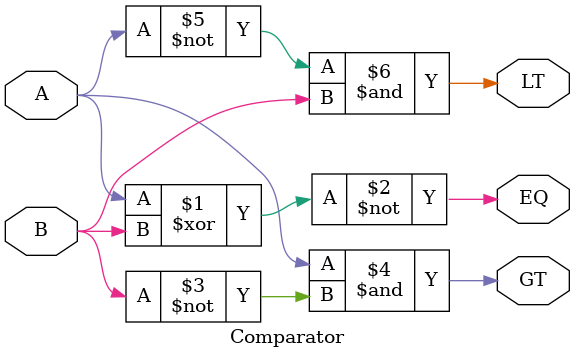
<source format=v>
`timescale 1ns / 1ps
module Comparator(EQ, GT, LT, A, B);
    output EQ;
    output GT;
    output LT;
    input A;
    input B;
	 
	 assign EQ = ~(A ^ B);  // A == B
    assign GT = A & ~B;    // A > B
    assign LT = ~A & B;    // A < B


endmodule

</source>
